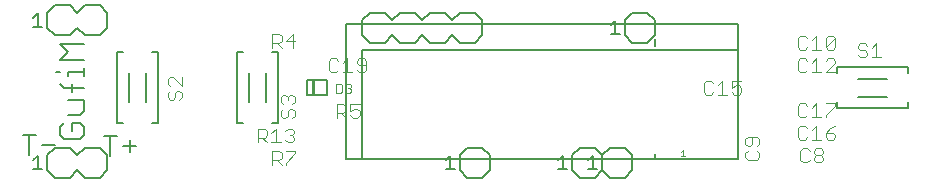
<source format=gbr>
G04 EAGLE Gerber RS-274X export*
G75*
%MOMM*%
%FSLAX34Y34*%
%LPD*%
%INSilkscreen Top*%
%IPPOS*%
%AMOC8*
5,1,8,0,0,1.08239X$1,22.5*%
G01*
%ADD10C,0.177800*%
%ADD11C,0.152400*%
%ADD12C,0.101600*%
%ADD13C,0.127000*%
%ADD14C,0.076200*%
%ADD15C,0.203200*%
%ADD16C,0.050800*%


D10*
X103025Y46028D02*
X99678Y42681D01*
X99678Y35986D01*
X103025Y32639D01*
X116414Y32639D01*
X119761Y35986D01*
X119761Y42681D01*
X116414Y46028D01*
X109719Y46028D01*
X109719Y39333D01*
X106372Y52753D02*
X116414Y52753D01*
X119761Y56100D01*
X119761Y66141D01*
X106372Y66141D01*
X103025Y76214D02*
X119761Y76214D01*
X103025Y76214D02*
X99678Y79561D01*
X109719Y79561D02*
X109719Y72866D01*
X106372Y86275D02*
X106372Y89623D01*
X119761Y89623D01*
X119761Y92970D02*
X119761Y86275D01*
X99678Y89623D02*
X96331Y89623D01*
X99678Y99685D02*
X119761Y99685D01*
X106372Y106379D02*
X99678Y99685D01*
X106372Y106379D02*
X99678Y113073D01*
X119761Y113073D01*
D11*
X142075Y35066D02*
X142075Y18796D01*
X136652Y35066D02*
X147499Y35066D01*
X153024Y26931D02*
X163870Y26931D01*
X158447Y32354D02*
X158447Y21508D01*
X73749Y19558D02*
X73749Y35828D01*
X68326Y35828D02*
X79173Y35828D01*
X84698Y27693D02*
X95544Y27693D01*
D12*
X730255Y120152D02*
X732204Y118203D01*
X730255Y120152D02*
X726357Y120152D01*
X724408Y118203D01*
X724408Y110407D01*
X726357Y108458D01*
X730255Y108458D01*
X732204Y110407D01*
X736102Y116254D02*
X740000Y120152D01*
X740000Y108458D01*
X736102Y108458D02*
X743898Y108458D01*
X747796Y110407D02*
X747796Y118203D01*
X749745Y120152D01*
X753643Y120152D01*
X755592Y118203D01*
X755592Y110407D01*
X753643Y108458D01*
X749745Y108458D01*
X747796Y110407D01*
X755592Y118203D01*
X732204Y99153D02*
X730255Y101102D01*
X726357Y101102D01*
X724408Y99153D01*
X724408Y91357D01*
X726357Y89408D01*
X730255Y89408D01*
X732204Y91357D01*
X736102Y97204D02*
X740000Y101102D01*
X740000Y89408D01*
X736102Y89408D02*
X743898Y89408D01*
X747796Y89408D02*
X755592Y89408D01*
X747796Y89408D02*
X755592Y97204D01*
X755592Y99153D01*
X753643Y101102D01*
X749745Y101102D01*
X747796Y99153D01*
X652672Y80103D02*
X650723Y82052D01*
X646825Y82052D01*
X644876Y80103D01*
X644876Y72307D01*
X646825Y70358D01*
X650723Y70358D01*
X652672Y72307D01*
X656570Y78154D02*
X660468Y82052D01*
X660468Y70358D01*
X656570Y70358D02*
X664366Y70358D01*
X668264Y82052D02*
X676060Y82052D01*
X668264Y82052D02*
X668264Y76205D01*
X672162Y78154D01*
X674111Y78154D01*
X676060Y76205D01*
X676060Y72307D01*
X674111Y70358D01*
X670213Y70358D01*
X668264Y72307D01*
X730255Y43952D02*
X732204Y42003D01*
X730255Y43952D02*
X726357Y43952D01*
X724408Y42003D01*
X724408Y34207D01*
X726357Y32258D01*
X730255Y32258D01*
X732204Y34207D01*
X736102Y40054D02*
X740000Y43952D01*
X740000Y32258D01*
X736102Y32258D02*
X743898Y32258D01*
X751694Y42003D02*
X755592Y43952D01*
X751694Y42003D02*
X747796Y38105D01*
X747796Y34207D01*
X749745Y32258D01*
X753643Y32258D01*
X755592Y34207D01*
X755592Y36156D01*
X753643Y38105D01*
X747796Y38105D01*
X732204Y61053D02*
X730255Y63002D01*
X726357Y63002D01*
X724408Y61053D01*
X724408Y53257D01*
X726357Y51308D01*
X730255Y51308D01*
X732204Y53257D01*
X736102Y59104D02*
X740000Y63002D01*
X740000Y51308D01*
X736102Y51308D02*
X743898Y51308D01*
X747796Y63002D02*
X755592Y63002D01*
X755592Y61053D01*
X747796Y53257D01*
X747796Y51308D01*
X335172Y99153D02*
X333223Y101102D01*
X329325Y101102D01*
X327376Y99153D01*
X327376Y91357D01*
X329325Y89408D01*
X333223Y89408D01*
X335172Y91357D01*
X339070Y97204D02*
X342968Y101102D01*
X342968Y89408D01*
X339070Y89408D02*
X346866Y89408D01*
X350764Y91357D02*
X352713Y89408D01*
X356611Y89408D01*
X358560Y91357D01*
X358560Y99153D01*
X356611Y101102D01*
X352713Y101102D01*
X350764Y99153D01*
X350764Y97204D01*
X352713Y95255D01*
X358560Y95255D01*
X732267Y24902D02*
X734216Y22953D01*
X732267Y24902D02*
X728369Y24902D01*
X726420Y22953D01*
X726420Y15157D01*
X728369Y13208D01*
X732267Y13208D01*
X734216Y15157D01*
X738114Y22953D02*
X740063Y24902D01*
X743961Y24902D01*
X745910Y22953D01*
X745910Y21004D01*
X743961Y19055D01*
X745910Y17106D01*
X745910Y15157D01*
X743961Y13208D01*
X740063Y13208D01*
X738114Y15157D01*
X738114Y17106D01*
X740063Y19055D01*
X738114Y21004D01*
X738114Y22953D01*
X740063Y19055D02*
X743961Y19055D01*
X681897Y23016D02*
X679948Y21067D01*
X679948Y17169D01*
X681897Y15220D01*
X689693Y15220D01*
X691642Y17169D01*
X691642Y21067D01*
X689693Y23016D01*
X689693Y26914D02*
X691642Y28863D01*
X691642Y32761D01*
X689693Y34710D01*
X681897Y34710D01*
X679948Y32761D01*
X679948Y28863D01*
X681897Y26914D01*
X683846Y26914D01*
X685795Y28863D01*
X685795Y34710D01*
D13*
X326000Y69700D02*
X309000Y69700D01*
X309000Y82700D01*
X326000Y82700D01*
X326000Y69700D01*
X313500Y70200D02*
X313500Y82200D01*
X314500Y82200D01*
X314500Y70200D01*
D14*
X333613Y72153D02*
X333613Y79525D01*
X333613Y72153D02*
X337299Y72153D01*
X338528Y73382D01*
X338528Y78297D01*
X337299Y79525D01*
X333613Y79525D01*
X341097Y78297D02*
X342326Y79525D01*
X344783Y79525D01*
X346012Y78297D01*
X346012Y77068D01*
X344783Y75839D01*
X343554Y75839D01*
X344783Y75839D02*
X346012Y74610D01*
X346012Y73382D01*
X344783Y72153D01*
X342326Y72153D01*
X341097Y73382D01*
D12*
X266924Y41666D02*
X266924Y29972D01*
X266924Y41666D02*
X272771Y41666D01*
X274720Y39717D01*
X274720Y35819D01*
X272771Y33870D01*
X266924Y33870D01*
X270822Y33870D02*
X274720Y29972D01*
X278618Y37768D02*
X282516Y41666D01*
X282516Y29972D01*
X278618Y29972D02*
X286414Y29972D01*
X290312Y39717D02*
X292261Y41666D01*
X296159Y41666D01*
X298108Y39717D01*
X298108Y37768D01*
X296159Y35819D01*
X294210Y35819D01*
X296159Y35819D02*
X298108Y33870D01*
X298108Y31921D01*
X296159Y29972D01*
X292261Y29972D01*
X290312Y31921D01*
X279400Y109982D02*
X279400Y121676D01*
X285247Y121676D01*
X287196Y119727D01*
X287196Y115829D01*
X285247Y113880D01*
X279400Y113880D01*
X283298Y113880D02*
X287196Y109982D01*
X296941Y109982D02*
X296941Y121676D01*
X291094Y115829D01*
X298890Y115829D01*
X333736Y62494D02*
X333736Y50800D01*
X333736Y62494D02*
X339583Y62494D01*
X341532Y60545D01*
X341532Y56647D01*
X339583Y54698D01*
X333736Y54698D01*
X337634Y54698D02*
X341532Y50800D01*
X345430Y62494D02*
X353226Y62494D01*
X345430Y62494D02*
X345430Y56647D01*
X349328Y58596D01*
X351277Y58596D01*
X353226Y56647D01*
X353226Y52749D01*
X351277Y50800D01*
X347379Y50800D01*
X345430Y52749D01*
X279380Y22616D02*
X279380Y10922D01*
X279380Y22616D02*
X285227Y22616D01*
X287176Y20667D01*
X287176Y16769D01*
X285227Y14820D01*
X279380Y14820D01*
X283278Y14820D02*
X287176Y10922D01*
X291074Y22616D02*
X298870Y22616D01*
X298870Y20667D01*
X291074Y12871D01*
X291074Y10922D01*
D15*
X757400Y88700D02*
X757400Y93700D01*
X817400Y93700D01*
X817400Y88700D01*
X817400Y63700D02*
X817400Y58700D01*
X757400Y58700D01*
X757400Y63700D01*
X774900Y83700D02*
X799900Y83700D01*
X799400Y68700D02*
X774900Y68700D01*
D12*
X783004Y111853D02*
X781055Y113802D01*
X777157Y113802D01*
X775208Y111853D01*
X775208Y109904D01*
X777157Y107955D01*
X781055Y107955D01*
X783004Y106006D01*
X783004Y104057D01*
X781055Y102108D01*
X777157Y102108D01*
X775208Y104057D01*
X786902Y109904D02*
X790800Y113802D01*
X790800Y102108D01*
X786902Y102108D02*
X794698Y102108D01*
D15*
X182600Y106200D02*
X177600Y106200D01*
X182600Y106200D02*
X182600Y46200D01*
X177600Y46200D01*
X152600Y46200D02*
X147600Y46200D01*
X147600Y106200D01*
X152600Y106200D01*
X172600Y88700D02*
X172600Y63700D01*
X157600Y64200D02*
X157600Y88700D01*
D12*
X190998Y71867D02*
X192947Y73816D01*
X190998Y71867D02*
X190998Y67969D01*
X192947Y66020D01*
X194896Y66020D01*
X196845Y67969D01*
X196845Y71867D01*
X198794Y73816D01*
X200743Y73816D01*
X202692Y71867D01*
X202692Y67969D01*
X200743Y66020D01*
X202692Y77714D02*
X202692Y85510D01*
X202692Y77714D02*
X194896Y85510D01*
X192947Y85510D01*
X190998Y83561D01*
X190998Y79663D01*
X192947Y77714D01*
D15*
X279200Y106200D02*
X284200Y106200D01*
X284200Y46200D01*
X279200Y46200D01*
X254200Y46200D02*
X249200Y46200D01*
X249200Y106200D01*
X254200Y106200D01*
X274200Y88700D02*
X274200Y63700D01*
X259200Y64200D02*
X259200Y88700D01*
D12*
X288451Y58322D02*
X286502Y56373D01*
X286502Y52475D01*
X288451Y50526D01*
X290400Y50526D01*
X292349Y52475D01*
X292349Y56373D01*
X294298Y58322D01*
X296247Y58322D01*
X298196Y56373D01*
X298196Y52475D01*
X296247Y50526D01*
X288451Y62220D02*
X286502Y64169D01*
X286502Y68067D01*
X288451Y70016D01*
X290400Y70016D01*
X292349Y68067D01*
X292349Y66118D01*
X292349Y68067D02*
X294298Y70016D01*
X296247Y70016D01*
X298196Y68067D01*
X298196Y64169D01*
X296247Y62220D01*
D11*
X107950Y25400D02*
X95250Y25400D01*
X107950Y25400D02*
X114300Y19050D01*
X114300Y6350D02*
X107950Y0D01*
X114300Y19050D02*
X120650Y25400D01*
X133350Y25400D01*
X139700Y19050D01*
X139700Y6350D02*
X133350Y0D01*
X120650Y0D01*
X114300Y6350D01*
X88900Y6350D02*
X88900Y19050D01*
X95250Y25400D01*
X88900Y6350D02*
X95250Y0D01*
X107950Y0D01*
X139700Y6350D02*
X139700Y19050D01*
D13*
X80648Y18425D02*
X76835Y14612D01*
X80648Y18425D02*
X80648Y6985D01*
X76835Y6985D02*
X84462Y6985D01*
D11*
X361950Y139700D02*
X374650Y139700D01*
X381000Y133350D01*
X381000Y120650D02*
X374650Y114300D01*
X381000Y133350D02*
X387350Y139700D01*
X400050Y139700D01*
X406400Y133350D01*
X406400Y120650D02*
X400050Y114300D01*
X387350Y114300D01*
X381000Y120650D01*
X355600Y120650D02*
X355600Y133350D01*
X361950Y139700D01*
X355600Y120650D02*
X361950Y114300D01*
X374650Y114300D01*
X406400Y133350D02*
X412750Y139700D01*
X425450Y139700D01*
X431800Y133350D01*
X431800Y120650D02*
X425450Y114300D01*
X412750Y114300D01*
X406400Y120650D01*
X438150Y139700D02*
X450850Y139700D01*
X457200Y133350D01*
X457200Y120650D02*
X450850Y114300D01*
X431800Y133350D02*
X438150Y139700D01*
X431800Y120650D02*
X438150Y114300D01*
X450850Y114300D01*
X457200Y120650D02*
X457200Y133350D01*
X107950Y146050D02*
X95250Y146050D01*
X107950Y146050D02*
X114300Y139700D01*
X114300Y127000D02*
X107950Y120650D01*
X114300Y139700D02*
X120650Y146050D01*
X133350Y146050D01*
X139700Y139700D01*
X139700Y127000D02*
X133350Y120650D01*
X120650Y120650D01*
X114300Y127000D01*
X88900Y127000D02*
X88900Y139700D01*
X95250Y146050D01*
X88900Y127000D02*
X95250Y120650D01*
X107950Y120650D01*
X139700Y127000D02*
X139700Y139700D01*
D13*
X80648Y139075D02*
X76835Y135262D01*
X80648Y139075D02*
X80648Y127635D01*
X76835Y127635D02*
X84462Y127635D01*
D11*
X565150Y25400D02*
X577850Y25400D01*
X584200Y19050D01*
X584200Y6350D02*
X577850Y0D01*
X558800Y6350D02*
X558800Y19050D01*
X565150Y25400D01*
X558800Y6350D02*
X565150Y0D01*
X577850Y0D01*
X584200Y6350D02*
X584200Y19050D01*
D13*
X550548Y18425D02*
X546735Y14612D01*
X550548Y18425D02*
X550548Y6985D01*
X546735Y6985D02*
X554362Y6985D01*
D11*
X584200Y139700D02*
X596900Y139700D01*
X603250Y133350D01*
X603250Y120650D02*
X596900Y114300D01*
X577850Y120650D02*
X577850Y133350D01*
X584200Y139700D01*
X577850Y120650D02*
X584200Y114300D01*
X596900Y114300D01*
X603250Y120650D02*
X603250Y133350D01*
D13*
X569598Y132725D02*
X565785Y128912D01*
X569598Y132725D02*
X569598Y121285D01*
X565785Y121285D02*
X573412Y121285D01*
X673800Y15750D02*
X341800Y15750D01*
X341800Y129750D01*
X673800Y129750D01*
X673800Y15750D01*
X355600Y16050D02*
X355600Y107950D01*
X673100Y107950D01*
X603600Y111850D02*
X603600Y117850D01*
X603600Y19850D02*
X603600Y15850D01*
D16*
X625254Y22033D02*
X627118Y23897D01*
X627118Y18304D01*
X625254Y18304D02*
X628983Y18304D01*
D11*
X552450Y25400D02*
X539750Y25400D01*
X552450Y25400D02*
X558800Y19050D01*
X558800Y6350D02*
X552450Y0D01*
X533400Y6350D02*
X533400Y19050D01*
X539750Y25400D01*
X533400Y6350D02*
X539750Y0D01*
X552450Y0D01*
X558800Y6350D02*
X558800Y19050D01*
D13*
X525148Y18425D02*
X521335Y14612D01*
X525148Y18425D02*
X525148Y6985D01*
X521335Y6985D02*
X528962Y6985D01*
D11*
X457200Y25400D02*
X444500Y25400D01*
X457200Y25400D02*
X463550Y19050D01*
X463550Y6350D02*
X457200Y0D01*
X438150Y6350D02*
X438150Y19050D01*
X444500Y25400D01*
X438150Y6350D02*
X444500Y0D01*
X457200Y0D01*
X463550Y6350D02*
X463550Y19050D01*
D13*
X429898Y18425D02*
X426085Y14612D01*
X429898Y18425D02*
X429898Y6985D01*
X426085Y6985D02*
X433712Y6985D01*
M02*

</source>
